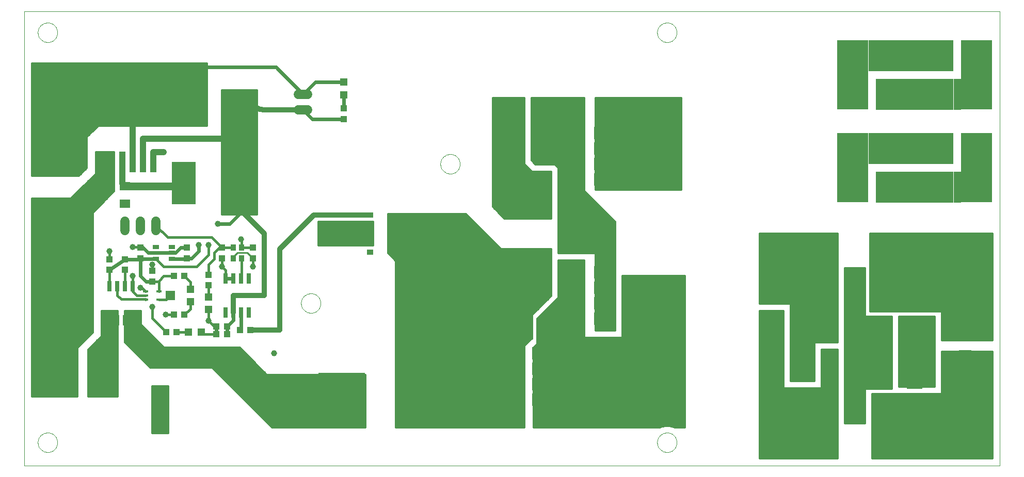
<source format=gtl>
G75*
%MOIN*%
%OFA0B0*%
%FSLAX24Y24*%
%IPPOS*%
%LPD*%
%AMOC8*
5,1,8,0,0,1.08239X$1,22.5*
%
%ADD10C,0.0000*%
%ADD11R,0.0984X0.1378*%
%ADD12R,0.0591X0.0787*%
%ADD13R,0.5000X0.2000*%
%ADD14R,0.0500X0.2000*%
%ADD15R,0.2000X0.4500*%
%ADD16R,0.0984X0.1693*%
%ADD17R,0.0394X0.0433*%
%ADD18R,0.0425X0.0413*%
%ADD19R,0.1378X0.0984*%
%ADD20R,0.0413X0.0425*%
%ADD21R,0.0787X0.0591*%
%ADD22R,0.0710X0.0530*%
%ADD23R,0.1000X0.1050*%
%ADD24R,0.0500X0.0300*%
%ADD25R,0.1050X0.1000*%
%ADD26R,0.0300X0.0500*%
%ADD27C,0.1095*%
%ADD28R,0.1140X0.2130*%
%ADD29R,0.1570X0.2760*%
%ADD30R,0.3000X0.3000*%
%ADD31R,0.0472X0.0472*%
%ADD32R,0.0330X0.2290*%
%ADD33R,0.0330X0.1670*%
%ADD34R,0.0390X0.0330*%
%ADD35R,0.0433X0.0394*%
%ADD36R,0.0590X0.0630*%
%ADD37R,0.0470X0.0470*%
%ADD38R,0.4210X0.3380*%
%ADD39R,0.0400X0.1340*%
%ADD40R,0.0400X0.0260*%
%ADD41R,0.0250X0.0700*%
%ADD42R,0.0370X0.0170*%
%ADD43R,0.0350X0.0430*%
%ADD44C,0.0594*%
%ADD45C,0.0400*%
%ADD46C,0.0160*%
%ADD47C,0.0240*%
%ADD48C,0.0100*%
%ADD49C,0.0396*%
%ADD50C,0.0500*%
%ADD51C,0.0320*%
D10*
X000126Y000180D02*
X000126Y029550D01*
X063118Y029550D01*
X063118Y000180D01*
X000126Y000180D01*
X000996Y001680D02*
X000998Y001730D01*
X001004Y001780D01*
X001014Y001829D01*
X001028Y001877D01*
X001045Y001924D01*
X001066Y001969D01*
X001091Y002013D01*
X001119Y002054D01*
X001151Y002093D01*
X001185Y002130D01*
X001222Y002164D01*
X001262Y002194D01*
X001304Y002221D01*
X001348Y002245D01*
X001394Y002266D01*
X001441Y002282D01*
X001489Y002295D01*
X001539Y002304D01*
X001588Y002309D01*
X001639Y002310D01*
X001689Y002307D01*
X001738Y002300D01*
X001787Y002289D01*
X001835Y002274D01*
X001881Y002256D01*
X001926Y002234D01*
X001969Y002208D01*
X002010Y002179D01*
X002049Y002147D01*
X002085Y002112D01*
X002117Y002074D01*
X002147Y002034D01*
X002174Y001991D01*
X002197Y001947D01*
X002216Y001901D01*
X002232Y001853D01*
X002244Y001804D01*
X002252Y001755D01*
X002256Y001705D01*
X002256Y001655D01*
X002252Y001605D01*
X002244Y001556D01*
X002232Y001507D01*
X002216Y001459D01*
X002197Y001413D01*
X002174Y001369D01*
X002147Y001326D01*
X002117Y001286D01*
X002085Y001248D01*
X002049Y001213D01*
X002010Y001181D01*
X001969Y001152D01*
X001926Y001126D01*
X001881Y001104D01*
X001835Y001086D01*
X001787Y001071D01*
X001738Y001060D01*
X001689Y001053D01*
X001639Y001050D01*
X001588Y001051D01*
X001539Y001056D01*
X001489Y001065D01*
X001441Y001078D01*
X001394Y001094D01*
X001348Y001115D01*
X001304Y001139D01*
X001262Y001166D01*
X001222Y001196D01*
X001185Y001230D01*
X001151Y001267D01*
X001119Y001306D01*
X001091Y001347D01*
X001066Y001391D01*
X001045Y001436D01*
X001028Y001483D01*
X001014Y001531D01*
X001004Y001580D01*
X000998Y001630D01*
X000996Y001680D01*
X017996Y010680D02*
X017998Y010730D01*
X018004Y010780D01*
X018014Y010829D01*
X018028Y010877D01*
X018045Y010924D01*
X018066Y010969D01*
X018091Y011013D01*
X018119Y011054D01*
X018151Y011093D01*
X018185Y011130D01*
X018222Y011164D01*
X018262Y011194D01*
X018304Y011221D01*
X018348Y011245D01*
X018394Y011266D01*
X018441Y011282D01*
X018489Y011295D01*
X018539Y011304D01*
X018588Y011309D01*
X018639Y011310D01*
X018689Y011307D01*
X018738Y011300D01*
X018787Y011289D01*
X018835Y011274D01*
X018881Y011256D01*
X018926Y011234D01*
X018969Y011208D01*
X019010Y011179D01*
X019049Y011147D01*
X019085Y011112D01*
X019117Y011074D01*
X019147Y011034D01*
X019174Y010991D01*
X019197Y010947D01*
X019216Y010901D01*
X019232Y010853D01*
X019244Y010804D01*
X019252Y010755D01*
X019256Y010705D01*
X019256Y010655D01*
X019252Y010605D01*
X019244Y010556D01*
X019232Y010507D01*
X019216Y010459D01*
X019197Y010413D01*
X019174Y010369D01*
X019147Y010326D01*
X019117Y010286D01*
X019085Y010248D01*
X019049Y010213D01*
X019010Y010181D01*
X018969Y010152D01*
X018926Y010126D01*
X018881Y010104D01*
X018835Y010086D01*
X018787Y010071D01*
X018738Y010060D01*
X018689Y010053D01*
X018639Y010050D01*
X018588Y010051D01*
X018539Y010056D01*
X018489Y010065D01*
X018441Y010078D01*
X018394Y010094D01*
X018348Y010115D01*
X018304Y010139D01*
X018262Y010166D01*
X018222Y010196D01*
X018185Y010230D01*
X018151Y010267D01*
X018119Y010306D01*
X018091Y010347D01*
X018066Y010391D01*
X018045Y010436D01*
X018028Y010483D01*
X018014Y010531D01*
X018004Y010580D01*
X017998Y010630D01*
X017996Y010680D01*
X026996Y019680D02*
X026998Y019730D01*
X027004Y019780D01*
X027014Y019829D01*
X027028Y019877D01*
X027045Y019924D01*
X027066Y019969D01*
X027091Y020013D01*
X027119Y020054D01*
X027151Y020093D01*
X027185Y020130D01*
X027222Y020164D01*
X027262Y020194D01*
X027304Y020221D01*
X027348Y020245D01*
X027394Y020266D01*
X027441Y020282D01*
X027489Y020295D01*
X027539Y020304D01*
X027588Y020309D01*
X027639Y020310D01*
X027689Y020307D01*
X027738Y020300D01*
X027787Y020289D01*
X027835Y020274D01*
X027881Y020256D01*
X027926Y020234D01*
X027969Y020208D01*
X028010Y020179D01*
X028049Y020147D01*
X028085Y020112D01*
X028117Y020074D01*
X028147Y020034D01*
X028174Y019991D01*
X028197Y019947D01*
X028216Y019901D01*
X028232Y019853D01*
X028244Y019804D01*
X028252Y019755D01*
X028256Y019705D01*
X028256Y019655D01*
X028252Y019605D01*
X028244Y019556D01*
X028232Y019507D01*
X028216Y019459D01*
X028197Y019413D01*
X028174Y019369D01*
X028147Y019326D01*
X028117Y019286D01*
X028085Y019248D01*
X028049Y019213D01*
X028010Y019181D01*
X027969Y019152D01*
X027926Y019126D01*
X027881Y019104D01*
X027835Y019086D01*
X027787Y019071D01*
X027738Y019060D01*
X027689Y019053D01*
X027639Y019050D01*
X027588Y019051D01*
X027539Y019056D01*
X027489Y019065D01*
X027441Y019078D01*
X027394Y019094D01*
X027348Y019115D01*
X027304Y019139D01*
X027262Y019166D01*
X027222Y019196D01*
X027185Y019230D01*
X027151Y019267D01*
X027119Y019306D01*
X027091Y019347D01*
X027066Y019391D01*
X027045Y019436D01*
X027028Y019483D01*
X027014Y019531D01*
X027004Y019580D01*
X026998Y019630D01*
X026996Y019680D01*
X040996Y028180D02*
X040998Y028230D01*
X041004Y028280D01*
X041014Y028329D01*
X041028Y028377D01*
X041045Y028424D01*
X041066Y028469D01*
X041091Y028513D01*
X041119Y028554D01*
X041151Y028593D01*
X041185Y028630D01*
X041222Y028664D01*
X041262Y028694D01*
X041304Y028721D01*
X041348Y028745D01*
X041394Y028766D01*
X041441Y028782D01*
X041489Y028795D01*
X041539Y028804D01*
X041588Y028809D01*
X041639Y028810D01*
X041689Y028807D01*
X041738Y028800D01*
X041787Y028789D01*
X041835Y028774D01*
X041881Y028756D01*
X041926Y028734D01*
X041969Y028708D01*
X042010Y028679D01*
X042049Y028647D01*
X042085Y028612D01*
X042117Y028574D01*
X042147Y028534D01*
X042174Y028491D01*
X042197Y028447D01*
X042216Y028401D01*
X042232Y028353D01*
X042244Y028304D01*
X042252Y028255D01*
X042256Y028205D01*
X042256Y028155D01*
X042252Y028105D01*
X042244Y028056D01*
X042232Y028007D01*
X042216Y027959D01*
X042197Y027913D01*
X042174Y027869D01*
X042147Y027826D01*
X042117Y027786D01*
X042085Y027748D01*
X042049Y027713D01*
X042010Y027681D01*
X041969Y027652D01*
X041926Y027626D01*
X041881Y027604D01*
X041835Y027586D01*
X041787Y027571D01*
X041738Y027560D01*
X041689Y027553D01*
X041639Y027550D01*
X041588Y027551D01*
X041539Y027556D01*
X041489Y027565D01*
X041441Y027578D01*
X041394Y027594D01*
X041348Y027615D01*
X041304Y027639D01*
X041262Y027666D01*
X041222Y027696D01*
X041185Y027730D01*
X041151Y027767D01*
X041119Y027806D01*
X041091Y027847D01*
X041066Y027891D01*
X041045Y027936D01*
X041028Y027983D01*
X041014Y028031D01*
X041004Y028080D01*
X040998Y028130D01*
X040996Y028180D01*
X000996Y028180D02*
X000998Y028230D01*
X001004Y028280D01*
X001014Y028329D01*
X001028Y028377D01*
X001045Y028424D01*
X001066Y028469D01*
X001091Y028513D01*
X001119Y028554D01*
X001151Y028593D01*
X001185Y028630D01*
X001222Y028664D01*
X001262Y028694D01*
X001304Y028721D01*
X001348Y028745D01*
X001394Y028766D01*
X001441Y028782D01*
X001489Y028795D01*
X001539Y028804D01*
X001588Y028809D01*
X001639Y028810D01*
X001689Y028807D01*
X001738Y028800D01*
X001787Y028789D01*
X001835Y028774D01*
X001881Y028756D01*
X001926Y028734D01*
X001969Y028708D01*
X002010Y028679D01*
X002049Y028647D01*
X002085Y028612D01*
X002117Y028574D01*
X002147Y028534D01*
X002174Y028491D01*
X002197Y028447D01*
X002216Y028401D01*
X002232Y028353D01*
X002244Y028304D01*
X002252Y028255D01*
X002256Y028205D01*
X002256Y028155D01*
X002252Y028105D01*
X002244Y028056D01*
X002232Y028007D01*
X002216Y027959D01*
X002197Y027913D01*
X002174Y027869D01*
X002147Y027826D01*
X002117Y027786D01*
X002085Y027748D01*
X002049Y027713D01*
X002010Y027681D01*
X001969Y027652D01*
X001926Y027626D01*
X001881Y027604D01*
X001835Y027586D01*
X001787Y027571D01*
X001738Y027560D01*
X001689Y027553D01*
X001639Y027550D01*
X001588Y027551D01*
X001539Y027556D01*
X001489Y027565D01*
X001441Y027578D01*
X001394Y027594D01*
X001348Y027615D01*
X001304Y027639D01*
X001262Y027666D01*
X001222Y027696D01*
X001185Y027730D01*
X001151Y027767D01*
X001119Y027806D01*
X001091Y027847D01*
X001066Y027891D01*
X001045Y027936D01*
X001028Y027983D01*
X001014Y028031D01*
X001004Y028080D01*
X000998Y028130D01*
X000996Y028180D01*
X040996Y001680D02*
X040998Y001730D01*
X041004Y001780D01*
X041014Y001829D01*
X041028Y001877D01*
X041045Y001924D01*
X041066Y001969D01*
X041091Y002013D01*
X041119Y002054D01*
X041151Y002093D01*
X041185Y002130D01*
X041222Y002164D01*
X041262Y002194D01*
X041304Y002221D01*
X041348Y002245D01*
X041394Y002266D01*
X041441Y002282D01*
X041489Y002295D01*
X041539Y002304D01*
X041588Y002309D01*
X041639Y002310D01*
X041689Y002307D01*
X041738Y002300D01*
X041787Y002289D01*
X041835Y002274D01*
X041881Y002256D01*
X041926Y002234D01*
X041969Y002208D01*
X042010Y002179D01*
X042049Y002147D01*
X042085Y002112D01*
X042117Y002074D01*
X042147Y002034D01*
X042174Y001991D01*
X042197Y001947D01*
X042216Y001901D01*
X042232Y001853D01*
X042244Y001804D01*
X042252Y001755D01*
X042256Y001705D01*
X042256Y001655D01*
X042252Y001605D01*
X042244Y001556D01*
X042232Y001507D01*
X042216Y001459D01*
X042197Y001413D01*
X042174Y001369D01*
X042147Y001326D01*
X042117Y001286D01*
X042085Y001248D01*
X042049Y001213D01*
X042010Y001181D01*
X041969Y001152D01*
X041926Y001126D01*
X041881Y001104D01*
X041835Y001086D01*
X041787Y001071D01*
X041738Y001060D01*
X041689Y001053D01*
X041639Y001050D01*
X041588Y001051D01*
X041539Y001056D01*
X041489Y001065D01*
X041441Y001078D01*
X041394Y001094D01*
X041348Y001115D01*
X041304Y001139D01*
X041262Y001166D01*
X041222Y001196D01*
X041185Y001230D01*
X041151Y001267D01*
X041119Y001306D01*
X041091Y001347D01*
X041066Y001391D01*
X041045Y001436D01*
X041028Y001483D01*
X041014Y001531D01*
X041004Y001580D01*
X040998Y001630D01*
X040996Y001680D01*
D11*
X008876Y004650D03*
X008876Y007210D03*
D12*
X032035Y007430D03*
X033216Y007430D03*
X033216Y006430D03*
X032035Y006430D03*
X032035Y005430D03*
X033216Y005430D03*
X033216Y004430D03*
X032035Y004430D03*
X036035Y009680D03*
X037216Y009680D03*
X037216Y010680D03*
X037216Y011680D03*
X036035Y011680D03*
X036035Y010680D03*
X036035Y012680D03*
X037216Y012680D03*
X037216Y018680D03*
X036035Y018680D03*
X036035Y019680D03*
X037216Y019680D03*
X037216Y020680D03*
X036035Y020680D03*
X036035Y021680D03*
X037216Y021680D03*
X033216Y021430D03*
X032035Y021430D03*
X032035Y020430D03*
X033216Y020430D03*
X033216Y022430D03*
X032035Y022430D03*
X032035Y023430D03*
X033216Y023430D03*
X052285Y011930D03*
X053466Y011930D03*
X053466Y010930D03*
X053466Y009930D03*
X052285Y009930D03*
X052285Y010930D03*
X049966Y009430D03*
X048785Y009430D03*
X048785Y008430D03*
X048785Y007430D03*
X049966Y007430D03*
X049966Y008430D03*
X052285Y008930D03*
X053466Y008930D03*
X053466Y006930D03*
X053466Y005930D03*
X052285Y005930D03*
X052285Y006930D03*
X049966Y006430D03*
X048785Y006430D03*
X052285Y004930D03*
X053466Y004930D03*
X053466Y003930D03*
X052285Y003930D03*
D13*
X057626Y018180D03*
X057626Y020680D03*
X057626Y024180D03*
X057626Y026680D03*
D14*
X054876Y026680D03*
X060376Y024180D03*
X054876Y020680D03*
X060376Y018180D03*
D15*
X061626Y019430D03*
X053626Y019430D03*
X053626Y025430D03*
X061626Y025430D03*
D16*
X002626Y019814D03*
X002626Y016546D03*
D17*
X005626Y013515D03*
X005626Y012845D03*
X009791Y012430D03*
X010460Y012430D03*
X010460Y009930D03*
X009791Y009930D03*
X009960Y008805D03*
X009291Y008805D03*
X014041Y008930D03*
X014710Y008930D03*
D18*
X008376Y012086D03*
X008376Y012774D03*
X007626Y013586D03*
X007626Y014274D03*
X010626Y014274D03*
X010626Y013586D03*
X014876Y013586D03*
X014876Y014274D03*
D19*
X013655Y023930D03*
X011096Y023930D03*
D20*
X012531Y009180D03*
X013220Y009180D03*
X013220Y008680D03*
X012531Y008680D03*
D21*
X060876Y008521D03*
X060876Y007339D03*
D22*
X006626Y017120D03*
X006626Y018240D03*
D23*
X055626Y010680D03*
X057626Y010680D03*
X057626Y005680D03*
X055626Y005680D03*
D24*
X055626Y004750D03*
X057626Y004750D03*
X057626Y009750D03*
X055626Y009750D03*
D25*
X032376Y008930D03*
D26*
X033306Y008930D03*
D27*
X039646Y008800D03*
X041606Y008800D03*
X041606Y011560D03*
X039646Y011560D03*
X048396Y011550D03*
X050356Y011550D03*
X050356Y014310D03*
X048396Y014310D03*
X041606Y018800D03*
X039646Y018800D03*
X039646Y021560D03*
X041606Y021560D03*
X059896Y014310D03*
X061856Y014310D03*
X061856Y011550D03*
X059896Y011550D03*
X059896Y004310D03*
X061856Y004310D03*
X061856Y001550D03*
X059896Y001550D03*
X050356Y001550D03*
X048396Y001550D03*
X048396Y004310D03*
X050356Y004310D03*
X003606Y010550D03*
X001646Y010550D03*
X001646Y013310D03*
X003606Y013310D03*
X003606Y022550D03*
X001646Y022550D03*
X001646Y025310D03*
X003606Y025310D03*
D28*
X001716Y006180D03*
X005536Y006180D03*
D29*
X010406Y018430D03*
X014346Y018430D03*
D30*
X032626Y017680D03*
X032626Y012680D03*
X025626Y004680D03*
X020626Y004680D03*
D31*
X011539Y008805D03*
X010712Y008805D03*
X012001Y010267D03*
X012001Y011093D03*
X020751Y024142D03*
X020751Y024968D03*
D32*
X023836Y015180D03*
D33*
X022416Y015180D03*
D34*
X022446Y013980D03*
X022446Y016380D03*
D35*
X012876Y014265D03*
X012876Y013595D03*
X012001Y012515D03*
X012001Y011845D03*
X006626Y012845D03*
X006626Y013515D03*
X020751Y022595D03*
X020751Y023265D03*
D36*
X009556Y011180D03*
D37*
X010836Y010790D03*
X010836Y011570D03*
D38*
X007126Y023930D03*
D39*
X007126Y019820D03*
X007796Y019820D03*
X008466Y019820D03*
X006456Y019820D03*
X005786Y019820D03*
D40*
X008616Y014300D03*
X009636Y014300D03*
X009636Y013930D03*
X009636Y013560D03*
X008616Y013560D03*
D41*
X007126Y011780D03*
X006626Y011780D03*
X006126Y011780D03*
X005626Y011780D03*
X005626Y009580D03*
X006126Y009580D03*
X006626Y009580D03*
X007126Y009580D03*
X013126Y010080D03*
X013626Y010080D03*
X014126Y010080D03*
X014626Y010080D03*
X014626Y012280D03*
X014126Y012280D03*
X013626Y012280D03*
X013126Y012280D03*
D42*
X008806Y011440D03*
X007946Y011440D03*
X007946Y011180D03*
X007946Y010920D03*
X008806Y010920D03*
D43*
X013616Y013590D03*
X014136Y013590D03*
X014136Y014270D03*
X013616Y014270D03*
D44*
X008626Y015383D02*
X008626Y015977D01*
X007626Y015977D02*
X007626Y015383D01*
X006626Y015383D02*
X006626Y015977D01*
X017829Y023180D02*
X018422Y023180D01*
X018422Y024180D02*
X017829Y024180D01*
D45*
X013751Y021305D02*
X013751Y017680D01*
X014376Y017680D01*
X009126Y020430D02*
X008466Y020430D01*
X008466Y019820D01*
X007796Y019820D02*
X007796Y021305D01*
X013751Y021305D01*
X007126Y019820D02*
X007126Y022930D01*
X007126Y023930D01*
X006456Y019820D02*
X006456Y018410D01*
X006626Y018240D01*
X005786Y019814D02*
X005786Y019820D01*
D46*
X005876Y019834D02*
X004751Y019834D01*
X004751Y019676D02*
X005876Y019676D01*
X005876Y019517D02*
X004751Y019517D01*
X004751Y019359D02*
X005876Y019359D01*
X005876Y019200D02*
X004751Y019200D01*
X004751Y019055D02*
X004751Y020430D01*
X005876Y020430D01*
X005876Y017930D01*
X004501Y016555D01*
X004501Y008805D01*
X003501Y007805D01*
X003501Y004680D01*
X000626Y004680D01*
X000626Y017430D01*
X003126Y017430D01*
X004751Y019055D01*
X004737Y019042D02*
X005876Y019042D01*
X005876Y018883D02*
X004579Y018883D01*
X004420Y018725D02*
X005876Y018725D01*
X005876Y018566D02*
X004262Y018566D01*
X004103Y018408D02*
X005876Y018408D01*
X005876Y018249D02*
X003945Y018249D01*
X003786Y018091D02*
X005876Y018091D01*
X005876Y017932D02*
X003628Y017932D01*
X003469Y017774D02*
X005719Y017774D01*
X005561Y017615D02*
X003311Y017615D01*
X003152Y017457D02*
X005402Y017457D01*
X005244Y017298D02*
X000626Y017298D01*
X000626Y017140D02*
X005085Y017140D01*
X004927Y016981D02*
X000626Y016981D01*
X000626Y016823D02*
X004768Y016823D01*
X004610Y016664D02*
X000626Y016664D01*
X000626Y016506D02*
X004501Y016506D01*
X004501Y016347D02*
X000626Y016347D01*
X000626Y016189D02*
X004501Y016189D01*
X004501Y016030D02*
X000626Y016030D01*
X000626Y015872D02*
X004501Y015872D01*
X004501Y015713D02*
X000626Y015713D01*
X000626Y015555D02*
X004501Y015555D01*
X004501Y015396D02*
X000626Y015396D01*
X000626Y015238D02*
X004501Y015238D01*
X004501Y015079D02*
X000626Y015079D01*
X000626Y014921D02*
X004501Y014921D01*
X004501Y014762D02*
X000626Y014762D01*
X000626Y014604D02*
X004501Y014604D01*
X004501Y014445D02*
X000626Y014445D01*
X000626Y014287D02*
X004501Y014287D01*
X004501Y014128D02*
X000626Y014128D01*
X000626Y013970D02*
X004501Y013970D01*
X004501Y013811D02*
X000626Y013811D01*
X000626Y013653D02*
X004501Y013653D01*
X004501Y013494D02*
X000626Y013494D01*
X000626Y013336D02*
X004501Y013336D01*
X004501Y013177D02*
X000626Y013177D01*
X000626Y013019D02*
X004501Y013019D01*
X004501Y012860D02*
X000626Y012860D01*
X000626Y012702D02*
X004501Y012702D01*
X004501Y012543D02*
X000626Y012543D01*
X000626Y012385D02*
X004501Y012385D01*
X004501Y012226D02*
X000626Y012226D01*
X000626Y012068D02*
X004501Y012068D01*
X004501Y011909D02*
X000626Y011909D01*
X000626Y011751D02*
X004501Y011751D01*
X004501Y011592D02*
X000626Y011592D01*
X000626Y011434D02*
X004501Y011434D01*
X004501Y011275D02*
X000626Y011275D01*
X000626Y011117D02*
X004501Y011117D01*
X004501Y010958D02*
X000626Y010958D01*
X000626Y010800D02*
X004501Y010800D01*
X004501Y010641D02*
X000626Y010641D01*
X000626Y010483D02*
X004501Y010483D01*
X004501Y010324D02*
X000626Y010324D01*
X000626Y010166D02*
X004501Y010166D01*
X004501Y010007D02*
X000626Y010007D01*
X000626Y009849D02*
X004501Y009849D01*
X004501Y009690D02*
X000626Y009690D01*
X000626Y009532D02*
X004501Y009532D01*
X004501Y009373D02*
X000626Y009373D01*
X000626Y009215D02*
X004501Y009215D01*
X004501Y009056D02*
X000626Y009056D01*
X000626Y008898D02*
X004501Y008898D01*
X004435Y008739D02*
X000626Y008739D01*
X000626Y008581D02*
X004276Y008581D01*
X004118Y008422D02*
X000626Y008422D01*
X000626Y008264D02*
X003959Y008264D01*
X003801Y008105D02*
X000626Y008105D01*
X000626Y007947D02*
X003642Y007947D01*
X003501Y007788D02*
X000626Y007788D01*
X000626Y007630D02*
X003501Y007630D01*
X003501Y007471D02*
X000626Y007471D01*
X000626Y007313D02*
X003501Y007313D01*
X003501Y007154D02*
X000626Y007154D01*
X000626Y006996D02*
X003501Y006996D01*
X003501Y006837D02*
X000626Y006837D01*
X000626Y006679D02*
X003501Y006679D01*
X003501Y006520D02*
X000626Y006520D01*
X000626Y006362D02*
X003501Y006362D01*
X003501Y006203D02*
X000626Y006203D01*
X000626Y006045D02*
X003501Y006045D01*
X003501Y005886D02*
X000626Y005886D01*
X000626Y005728D02*
X003501Y005728D01*
X003501Y005569D02*
X000626Y005569D01*
X000626Y005411D02*
X003501Y005411D01*
X003501Y005252D02*
X000626Y005252D01*
X000626Y005094D02*
X003501Y005094D01*
X003501Y004935D02*
X000626Y004935D01*
X000626Y004777D02*
X003501Y004777D01*
X004251Y004777D02*
X006126Y004777D01*
X006126Y004680D02*
X004251Y004680D01*
X004251Y007680D01*
X005126Y008555D01*
X005126Y010180D01*
X006126Y010180D01*
X006126Y004680D01*
X006126Y004935D02*
X004251Y004935D01*
X004251Y005094D02*
X006126Y005094D01*
X006126Y005252D02*
X004251Y005252D01*
X004251Y005411D02*
X006126Y005411D01*
X006126Y005569D02*
X004251Y005569D01*
X004251Y005728D02*
X006126Y005728D01*
X006126Y005886D02*
X004251Y005886D01*
X004251Y006045D02*
X006126Y006045D01*
X006126Y006203D02*
X004251Y006203D01*
X004251Y006362D02*
X006126Y006362D01*
X006126Y006520D02*
X004251Y006520D01*
X004251Y006679D02*
X006126Y006679D01*
X006126Y006837D02*
X004251Y006837D01*
X004251Y006996D02*
X006126Y006996D01*
X006126Y007154D02*
X004251Y007154D01*
X004251Y007313D02*
X006126Y007313D01*
X006126Y007471D02*
X004251Y007471D01*
X004251Y007630D02*
X006126Y007630D01*
X006126Y007788D02*
X004359Y007788D01*
X004517Y007947D02*
X006126Y007947D01*
X006126Y008105D02*
X004676Y008105D01*
X004834Y008264D02*
X006126Y008264D01*
X006126Y008422D02*
X004993Y008422D01*
X005126Y008581D02*
X006126Y008581D01*
X006126Y008739D02*
X005126Y008739D01*
X005126Y008898D02*
X006126Y008898D01*
X006126Y009056D02*
X005126Y009056D01*
X005126Y009215D02*
X006126Y009215D01*
X006126Y009373D02*
X005126Y009373D01*
X005126Y009532D02*
X006126Y009532D01*
X006126Y009690D02*
X005126Y009690D01*
X005126Y009849D02*
X006126Y009849D01*
X006126Y010007D02*
X005126Y010007D01*
X005126Y010166D02*
X006126Y010166D01*
X006626Y010166D02*
X007626Y010166D01*
X007626Y010180D02*
X007626Y009305D01*
X009126Y007805D01*
X014001Y007805D01*
X015751Y006055D01*
X022126Y006055D01*
X022126Y002680D01*
X016126Y002680D01*
X012251Y006555D01*
X008251Y006555D01*
X006626Y008180D01*
X006626Y010180D01*
X007626Y010180D01*
X007626Y010007D02*
X006626Y010007D01*
X006626Y009849D02*
X007626Y009849D01*
X007626Y009690D02*
X006626Y009690D01*
X006626Y009532D02*
X007626Y009532D01*
X007626Y009373D02*
X006626Y009373D01*
X006626Y009215D02*
X007716Y009215D01*
X007875Y009056D02*
X006626Y009056D01*
X006626Y008898D02*
X008033Y008898D01*
X008192Y008739D02*
X006626Y008739D01*
X006626Y008581D02*
X008350Y008581D01*
X008509Y008422D02*
X006626Y008422D01*
X006626Y008264D02*
X008667Y008264D01*
X008826Y008105D02*
X006701Y008105D01*
X006859Y007947D02*
X008984Y007947D01*
X007810Y006996D02*
X014810Y006996D01*
X014652Y007154D02*
X007652Y007154D01*
X007493Y007313D02*
X014493Y007313D01*
X014335Y007471D02*
X007335Y007471D01*
X007176Y007630D02*
X014176Y007630D01*
X014018Y007788D02*
X007018Y007788D01*
X007969Y006837D02*
X014969Y006837D01*
X015127Y006679D02*
X008127Y006679D01*
X008376Y005305D02*
X009376Y005305D01*
X009376Y002305D01*
X008376Y002305D01*
X008376Y005305D01*
X008376Y005252D02*
X009376Y005252D01*
X009376Y005094D02*
X008376Y005094D01*
X008376Y004935D02*
X009376Y004935D01*
X009376Y004777D02*
X008376Y004777D01*
X008376Y004618D02*
X009376Y004618D01*
X009376Y004460D02*
X008376Y004460D01*
X008376Y004301D02*
X009376Y004301D01*
X009376Y004143D02*
X008376Y004143D01*
X008376Y003984D02*
X009376Y003984D01*
X009376Y003826D02*
X008376Y003826D01*
X008376Y003667D02*
X009376Y003667D01*
X009376Y003509D02*
X008376Y003509D01*
X008376Y003350D02*
X009376Y003350D01*
X009376Y003192D02*
X008376Y003192D01*
X008376Y003033D02*
X009376Y003033D01*
X009376Y002875D02*
X008376Y002875D01*
X008376Y002716D02*
X009376Y002716D01*
X009376Y002558D02*
X008376Y002558D01*
X008376Y002399D02*
X009376Y002399D01*
X014188Y004618D02*
X022126Y004618D01*
X022126Y004460D02*
X014346Y004460D01*
X014505Y004301D02*
X022126Y004301D01*
X022126Y004143D02*
X014663Y004143D01*
X014822Y003984D02*
X022126Y003984D01*
X022126Y003826D02*
X014980Y003826D01*
X015139Y003667D02*
X022126Y003667D01*
X022126Y003509D02*
X015297Y003509D01*
X015456Y003350D02*
X022126Y003350D01*
X022126Y003192D02*
X015614Y003192D01*
X015773Y003033D02*
X022126Y003033D01*
X022126Y002875D02*
X015931Y002875D01*
X016090Y002716D02*
X022126Y002716D01*
X024126Y002716D02*
X032376Y002716D01*
X032376Y002680D02*
X024126Y002680D01*
X024126Y013430D01*
X023626Y013930D01*
X023626Y016430D01*
X028626Y016430D01*
X030876Y014180D01*
X034126Y014180D01*
X034126Y011180D01*
X032876Y009930D01*
X032876Y008430D01*
X032376Y007930D01*
X032376Y002680D01*
X032376Y002875D02*
X024126Y002875D01*
X024126Y003033D02*
X032376Y003033D01*
X032376Y003192D02*
X024126Y003192D01*
X024126Y003350D02*
X032376Y003350D01*
X032376Y003509D02*
X024126Y003509D01*
X024126Y003667D02*
X032376Y003667D01*
X032376Y003826D02*
X024126Y003826D01*
X024126Y003984D02*
X032376Y003984D01*
X032376Y004143D02*
X024126Y004143D01*
X024126Y004301D02*
X032376Y004301D01*
X032376Y004460D02*
X024126Y004460D01*
X024126Y004618D02*
X032376Y004618D01*
X032376Y004777D02*
X024126Y004777D01*
X024126Y004935D02*
X032376Y004935D01*
X032376Y005094D02*
X024126Y005094D01*
X024126Y005252D02*
X032376Y005252D01*
X032376Y005411D02*
X024126Y005411D01*
X024126Y005569D02*
X032376Y005569D01*
X032376Y005728D02*
X024126Y005728D01*
X024126Y005886D02*
X032376Y005886D01*
X032376Y006045D02*
X024126Y006045D01*
X024126Y006203D02*
X032376Y006203D01*
X032376Y006362D02*
X024126Y006362D01*
X024126Y006520D02*
X032376Y006520D01*
X032376Y006679D02*
X024126Y006679D01*
X024126Y006837D02*
X032376Y006837D01*
X032376Y006996D02*
X024126Y006996D01*
X024126Y007154D02*
X032376Y007154D01*
X032376Y007313D02*
X024126Y007313D01*
X024126Y007471D02*
X032376Y007471D01*
X032376Y007630D02*
X024126Y007630D01*
X024126Y007788D02*
X032376Y007788D01*
X032392Y007947D02*
X024126Y007947D01*
X024126Y008105D02*
X032551Y008105D01*
X032709Y008264D02*
X024126Y008264D01*
X024126Y008422D02*
X032868Y008422D01*
X032876Y008581D02*
X024126Y008581D01*
X024126Y008739D02*
X032876Y008739D01*
X032876Y008898D02*
X024126Y008898D01*
X024126Y009056D02*
X032876Y009056D01*
X032876Y009215D02*
X024126Y009215D01*
X024126Y009373D02*
X032876Y009373D01*
X032876Y009532D02*
X024126Y009532D01*
X024126Y009690D02*
X032876Y009690D01*
X032876Y009849D02*
X024126Y009849D01*
X024126Y010007D02*
X032953Y010007D01*
X033111Y010166D02*
X024126Y010166D01*
X024126Y010324D02*
X033270Y010324D01*
X033428Y010483D02*
X024126Y010483D01*
X024126Y010641D02*
X033587Y010641D01*
X033745Y010800D02*
X024126Y010800D01*
X024126Y010958D02*
X033904Y010958D01*
X034062Y011117D02*
X024126Y011117D01*
X024126Y011275D02*
X034126Y011275D01*
X034126Y011434D02*
X024126Y011434D01*
X024126Y011592D02*
X034126Y011592D01*
X034126Y011751D02*
X024126Y011751D01*
X024126Y011909D02*
X034126Y011909D01*
X034126Y012068D02*
X024126Y012068D01*
X024126Y012226D02*
X034126Y012226D01*
X034126Y012385D02*
X024126Y012385D01*
X024126Y012543D02*
X034126Y012543D01*
X034126Y012702D02*
X024126Y012702D01*
X024126Y012860D02*
X034126Y012860D01*
X034126Y013019D02*
X024126Y013019D01*
X024126Y013177D02*
X034126Y013177D01*
X034126Y013336D02*
X024126Y013336D01*
X024062Y013494D02*
X034126Y013494D01*
X034126Y013653D02*
X023903Y013653D01*
X023745Y013811D02*
X034126Y013811D01*
X034126Y013970D02*
X023626Y013970D01*
X023626Y014128D02*
X034126Y014128D01*
X034626Y014128D02*
X038251Y014128D01*
X038251Y013970D02*
X034626Y013970D01*
X034626Y013930D02*
X034626Y019430D01*
X034376Y019680D01*
X033126Y019680D01*
X032876Y019930D01*
X032876Y023930D01*
X036251Y023930D01*
X036251Y017930D01*
X038251Y015930D01*
X038251Y008930D01*
X037001Y008930D01*
X037001Y013930D01*
X034626Y013930D01*
X034626Y014287D02*
X038251Y014287D01*
X038251Y014445D02*
X034626Y014445D01*
X034626Y014604D02*
X038251Y014604D01*
X038251Y014762D02*
X034626Y014762D01*
X034626Y014921D02*
X038251Y014921D01*
X038251Y015079D02*
X034626Y015079D01*
X034626Y015238D02*
X038251Y015238D01*
X038251Y015396D02*
X034626Y015396D01*
X034626Y015555D02*
X038251Y015555D01*
X038251Y015713D02*
X034626Y015713D01*
X034626Y015872D02*
X038251Y015872D01*
X038151Y016030D02*
X034626Y016030D01*
X034626Y016189D02*
X037992Y016189D01*
X037834Y016347D02*
X034626Y016347D01*
X034626Y016506D02*
X037675Y016506D01*
X037517Y016664D02*
X034626Y016664D01*
X034626Y016823D02*
X037358Y016823D01*
X037200Y016981D02*
X034626Y016981D01*
X034626Y017140D02*
X037041Y017140D01*
X036883Y017298D02*
X034626Y017298D01*
X034626Y017457D02*
X036724Y017457D01*
X036566Y017615D02*
X034626Y017615D01*
X034626Y017774D02*
X036407Y017774D01*
X036251Y017932D02*
X034626Y017932D01*
X034626Y018091D02*
X036251Y018091D01*
X036251Y018249D02*
X034626Y018249D01*
X034626Y018408D02*
X036251Y018408D01*
X036251Y018566D02*
X034626Y018566D01*
X034626Y018725D02*
X036251Y018725D01*
X036251Y018883D02*
X034626Y018883D01*
X034626Y019042D02*
X036251Y019042D01*
X036251Y019200D02*
X034626Y019200D01*
X034626Y019359D02*
X036251Y019359D01*
X036251Y019517D02*
X034539Y019517D01*
X034380Y019676D02*
X036251Y019676D01*
X036251Y019834D02*
X032972Y019834D01*
X032876Y019993D02*
X036251Y019993D01*
X036251Y020151D02*
X032876Y020151D01*
X032876Y020310D02*
X036251Y020310D01*
X036251Y020468D02*
X032876Y020468D01*
X032876Y020627D02*
X036251Y020627D01*
X036251Y020785D02*
X032876Y020785D01*
X032876Y020944D02*
X036251Y020944D01*
X036251Y021102D02*
X032876Y021102D01*
X032876Y021261D02*
X036251Y021261D01*
X036251Y021419D02*
X032876Y021419D01*
X032876Y021578D02*
X036251Y021578D01*
X036251Y021736D02*
X032876Y021736D01*
X032876Y021895D02*
X036251Y021895D01*
X036251Y022053D02*
X032876Y022053D01*
X032876Y022212D02*
X036251Y022212D01*
X036251Y022370D02*
X032876Y022370D01*
X032876Y022529D02*
X036251Y022529D01*
X036251Y022687D02*
X032876Y022687D01*
X032876Y022846D02*
X036251Y022846D01*
X036251Y023004D02*
X032876Y023004D01*
X032876Y023163D02*
X036251Y023163D01*
X036251Y023321D02*
X032876Y023321D01*
X032876Y023480D02*
X036251Y023480D01*
X036251Y023638D02*
X032876Y023638D01*
X032876Y023797D02*
X036251Y023797D01*
X037001Y023797D02*
X042501Y023797D01*
X042501Y023930D02*
X042501Y018055D01*
X037001Y018055D01*
X037001Y023930D01*
X042501Y023930D01*
X042501Y023638D02*
X037001Y023638D01*
X037001Y023480D02*
X042501Y023480D01*
X042501Y023321D02*
X037001Y023321D01*
X037001Y023163D02*
X042501Y023163D01*
X042501Y023004D02*
X037001Y023004D01*
X037001Y022846D02*
X042501Y022846D01*
X042501Y022687D02*
X037001Y022687D01*
X037001Y022529D02*
X042501Y022529D01*
X042501Y022370D02*
X037001Y022370D01*
X037001Y022212D02*
X042501Y022212D01*
X042501Y022053D02*
X037001Y022053D01*
X037001Y021895D02*
X042501Y021895D01*
X042501Y021736D02*
X037001Y021736D01*
X037001Y021578D02*
X042501Y021578D01*
X042501Y021419D02*
X037001Y021419D01*
X037001Y021261D02*
X042501Y021261D01*
X042501Y021102D02*
X037001Y021102D01*
X037001Y020944D02*
X042501Y020944D01*
X042501Y020785D02*
X037001Y020785D01*
X037001Y020627D02*
X042501Y020627D01*
X042501Y020468D02*
X037001Y020468D01*
X037001Y020310D02*
X042501Y020310D01*
X042501Y020151D02*
X037001Y020151D01*
X037001Y019993D02*
X042501Y019993D01*
X042501Y019834D02*
X037001Y019834D01*
X037001Y019676D02*
X042501Y019676D01*
X042501Y019517D02*
X037001Y019517D01*
X037001Y019359D02*
X042501Y019359D01*
X042501Y019200D02*
X037001Y019200D01*
X037001Y019042D02*
X042501Y019042D01*
X042501Y018883D02*
X037001Y018883D01*
X037001Y018725D02*
X042501Y018725D01*
X042501Y018566D02*
X037001Y018566D01*
X037001Y018408D02*
X042501Y018408D01*
X042501Y018249D02*
X037001Y018249D01*
X037001Y018091D02*
X042501Y018091D01*
X047626Y015180D02*
X052626Y015180D01*
X052626Y008180D01*
X051126Y008180D01*
X051126Y005680D01*
X049626Y005680D01*
X049626Y010680D01*
X047626Y010680D01*
X047626Y015180D01*
X047626Y015079D02*
X052626Y015079D01*
X052626Y014921D02*
X047626Y014921D01*
X047626Y014762D02*
X052626Y014762D01*
X052626Y014604D02*
X047626Y014604D01*
X047626Y014445D02*
X052626Y014445D01*
X052626Y014287D02*
X047626Y014287D01*
X047626Y014128D02*
X052626Y014128D01*
X052626Y013970D02*
X047626Y013970D01*
X047626Y013811D02*
X052626Y013811D01*
X052626Y013653D02*
X047626Y013653D01*
X047626Y013494D02*
X052626Y013494D01*
X052626Y013336D02*
X047626Y013336D01*
X047626Y013177D02*
X052626Y013177D01*
X052626Y013019D02*
X047626Y013019D01*
X047626Y012860D02*
X052626Y012860D01*
X052626Y012702D02*
X047626Y012702D01*
X047626Y012543D02*
X052626Y012543D01*
X052626Y012385D02*
X047626Y012385D01*
X047626Y012226D02*
X052626Y012226D01*
X052626Y012068D02*
X047626Y012068D01*
X047626Y011909D02*
X052626Y011909D01*
X052626Y011751D02*
X047626Y011751D01*
X047626Y011592D02*
X052626Y011592D01*
X052626Y011434D02*
X047626Y011434D01*
X047626Y011275D02*
X052626Y011275D01*
X052626Y011117D02*
X047626Y011117D01*
X047626Y010958D02*
X052626Y010958D01*
X052626Y010800D02*
X047626Y010800D01*
X047626Y010180D02*
X049126Y010180D01*
X049126Y005180D01*
X051626Y005180D01*
X051626Y007680D01*
X052626Y007680D01*
X052626Y000680D01*
X047626Y000680D01*
X047626Y010180D01*
X047626Y010166D02*
X049126Y010166D01*
X049126Y010007D02*
X047626Y010007D01*
X047626Y009849D02*
X049126Y009849D01*
X049126Y009690D02*
X047626Y009690D01*
X047626Y009532D02*
X049126Y009532D01*
X049126Y009373D02*
X047626Y009373D01*
X047626Y009215D02*
X049126Y009215D01*
X049126Y009056D02*
X047626Y009056D01*
X047626Y008898D02*
X049126Y008898D01*
X049126Y008739D02*
X047626Y008739D01*
X047626Y008581D02*
X049126Y008581D01*
X049126Y008422D02*
X047626Y008422D01*
X047626Y008264D02*
X049126Y008264D01*
X049126Y008105D02*
X047626Y008105D01*
X047626Y007947D02*
X049126Y007947D01*
X049126Y007788D02*
X047626Y007788D01*
X047626Y007630D02*
X049126Y007630D01*
X049126Y007471D02*
X047626Y007471D01*
X047626Y007313D02*
X049126Y007313D01*
X049126Y007154D02*
X047626Y007154D01*
X047626Y006996D02*
X049126Y006996D01*
X049126Y006837D02*
X047626Y006837D01*
X047626Y006679D02*
X049126Y006679D01*
X049126Y006520D02*
X047626Y006520D01*
X047626Y006362D02*
X049126Y006362D01*
X049126Y006203D02*
X047626Y006203D01*
X047626Y006045D02*
X049126Y006045D01*
X049126Y005886D02*
X047626Y005886D01*
X047626Y005728D02*
X049126Y005728D01*
X049126Y005569D02*
X047626Y005569D01*
X047626Y005411D02*
X049126Y005411D01*
X049126Y005252D02*
X047626Y005252D01*
X047626Y005094D02*
X052626Y005094D01*
X052626Y005252D02*
X051626Y005252D01*
X051626Y005411D02*
X052626Y005411D01*
X052626Y005569D02*
X051626Y005569D01*
X051626Y005728D02*
X052626Y005728D01*
X052626Y005886D02*
X051626Y005886D01*
X051626Y006045D02*
X052626Y006045D01*
X052626Y006203D02*
X051626Y006203D01*
X051626Y006362D02*
X052626Y006362D01*
X052626Y006520D02*
X051626Y006520D01*
X051626Y006679D02*
X052626Y006679D01*
X052626Y006837D02*
X051626Y006837D01*
X051626Y006996D02*
X052626Y006996D01*
X052626Y007154D02*
X051626Y007154D01*
X051626Y007313D02*
X052626Y007313D01*
X052626Y007471D02*
X051626Y007471D01*
X051626Y007630D02*
X052626Y007630D01*
X053126Y007630D02*
X056126Y007630D01*
X056126Y007788D02*
X053126Y007788D01*
X053126Y007947D02*
X056126Y007947D01*
X056126Y008105D02*
X053126Y008105D01*
X053126Y008264D02*
X056126Y008264D01*
X056126Y008422D02*
X053126Y008422D01*
X053126Y008581D02*
X056126Y008581D01*
X056126Y008739D02*
X053126Y008739D01*
X053126Y008898D02*
X056126Y008898D01*
X056126Y009056D02*
X053126Y009056D01*
X053126Y009215D02*
X056126Y009215D01*
X056126Y009373D02*
X053126Y009373D01*
X053126Y009532D02*
X056126Y009532D01*
X056126Y009690D02*
X053126Y009690D01*
X053126Y009849D02*
X054376Y009849D01*
X054376Y009805D02*
X056126Y009805D01*
X056126Y005180D01*
X054376Y005180D01*
X054376Y002930D01*
X053126Y002930D01*
X053126Y012930D01*
X054376Y012930D01*
X054376Y009805D01*
X054376Y010007D02*
X053126Y010007D01*
X053126Y010166D02*
X054376Y010166D01*
X054376Y010324D02*
X053126Y010324D01*
X053126Y010483D02*
X054376Y010483D01*
X054376Y010641D02*
X053126Y010641D01*
X053126Y010800D02*
X054376Y010800D01*
X054376Y010958D02*
X053126Y010958D01*
X053126Y011117D02*
X054376Y011117D01*
X054376Y011275D02*
X053126Y011275D01*
X053126Y011434D02*
X054376Y011434D01*
X054376Y011592D02*
X053126Y011592D01*
X053126Y011751D02*
X054376Y011751D01*
X054376Y011909D02*
X053126Y011909D01*
X053126Y012068D02*
X054376Y012068D01*
X054376Y012226D02*
X053126Y012226D01*
X053126Y012385D02*
X054376Y012385D01*
X054376Y012543D02*
X053126Y012543D01*
X053126Y012702D02*
X054376Y012702D01*
X054376Y012860D02*
X053126Y012860D01*
X054751Y012860D02*
X062626Y012860D01*
X062626Y012702D02*
X054751Y012702D01*
X054751Y012543D02*
X062626Y012543D01*
X062626Y012385D02*
X054751Y012385D01*
X054751Y012226D02*
X062626Y012226D01*
X062626Y012068D02*
X054751Y012068D01*
X054751Y011909D02*
X062626Y011909D01*
X062626Y011751D02*
X054751Y011751D01*
X054751Y011592D02*
X062626Y011592D01*
X062626Y011434D02*
X054751Y011434D01*
X054751Y011275D02*
X062626Y011275D01*
X062626Y011117D02*
X054751Y011117D01*
X054751Y010958D02*
X062626Y010958D01*
X062626Y010800D02*
X054751Y010800D01*
X054751Y010641D02*
X062626Y010641D01*
X062626Y010483D02*
X054751Y010483D01*
X054751Y010324D02*
X062626Y010324D01*
X062626Y010166D02*
X059376Y010166D01*
X059376Y010180D02*
X054751Y010180D01*
X054751Y015180D01*
X062626Y015180D01*
X062626Y008305D01*
X059376Y008305D01*
X059376Y010180D01*
X059376Y010007D02*
X062626Y010007D01*
X062626Y009849D02*
X059376Y009849D01*
X059376Y009690D02*
X062626Y009690D01*
X062626Y009532D02*
X059376Y009532D01*
X059376Y009373D02*
X062626Y009373D01*
X062626Y009215D02*
X059376Y009215D01*
X059376Y009056D02*
X062626Y009056D01*
X062626Y008898D02*
X059376Y008898D01*
X059376Y008739D02*
X062626Y008739D01*
X062626Y008581D02*
X059376Y008581D01*
X059376Y008422D02*
X062626Y008422D01*
X062626Y007555D02*
X062626Y000680D01*
X054876Y000680D01*
X054876Y004805D01*
X059376Y004805D01*
X059376Y007555D01*
X062626Y007555D01*
X062626Y007471D02*
X059376Y007471D01*
X059376Y007313D02*
X062626Y007313D01*
X062626Y007154D02*
X059376Y007154D01*
X059376Y006996D02*
X062626Y006996D01*
X062626Y006837D02*
X059376Y006837D01*
X059376Y006679D02*
X062626Y006679D01*
X062626Y006520D02*
X059376Y006520D01*
X059376Y006362D02*
X062626Y006362D01*
X062626Y006203D02*
X059376Y006203D01*
X059376Y006045D02*
X062626Y006045D01*
X062626Y005886D02*
X059376Y005886D01*
X059376Y005728D02*
X062626Y005728D01*
X062626Y005569D02*
X059376Y005569D01*
X059376Y005411D02*
X062626Y005411D01*
X062626Y005252D02*
X059376Y005252D01*
X059376Y005094D02*
X062626Y005094D01*
X062626Y004935D02*
X059376Y004935D01*
X058876Y005305D02*
X058876Y009805D01*
X056626Y009805D01*
X056626Y005305D01*
X058876Y005305D01*
X058876Y005411D02*
X056626Y005411D01*
X056626Y005569D02*
X058876Y005569D01*
X058876Y005728D02*
X056626Y005728D01*
X056626Y005886D02*
X058876Y005886D01*
X058876Y006045D02*
X056626Y006045D01*
X056626Y006203D02*
X058876Y006203D01*
X058876Y006362D02*
X056626Y006362D01*
X056626Y006520D02*
X058876Y006520D01*
X058876Y006679D02*
X056626Y006679D01*
X056626Y006837D02*
X058876Y006837D01*
X058876Y006996D02*
X056626Y006996D01*
X056626Y007154D02*
X058876Y007154D01*
X058876Y007313D02*
X056626Y007313D01*
X056626Y007471D02*
X058876Y007471D01*
X058876Y007630D02*
X056626Y007630D01*
X056626Y007788D02*
X058876Y007788D01*
X058876Y007947D02*
X056626Y007947D01*
X056626Y008105D02*
X058876Y008105D01*
X058876Y008264D02*
X056626Y008264D01*
X056626Y008422D02*
X058876Y008422D01*
X058876Y008581D02*
X056626Y008581D01*
X056626Y008739D02*
X058876Y008739D01*
X058876Y008898D02*
X056626Y008898D01*
X056626Y009056D02*
X058876Y009056D01*
X058876Y009215D02*
X056626Y009215D01*
X056626Y009373D02*
X058876Y009373D01*
X058876Y009532D02*
X056626Y009532D01*
X056626Y009690D02*
X058876Y009690D01*
X056126Y007471D02*
X053126Y007471D01*
X053126Y007313D02*
X056126Y007313D01*
X056126Y007154D02*
X053126Y007154D01*
X053126Y006996D02*
X056126Y006996D01*
X056126Y006837D02*
X053126Y006837D01*
X053126Y006679D02*
X056126Y006679D01*
X056126Y006520D02*
X053126Y006520D01*
X053126Y006362D02*
X056126Y006362D01*
X056126Y006203D02*
X053126Y006203D01*
X053126Y006045D02*
X056126Y006045D01*
X056126Y005886D02*
X053126Y005886D01*
X053126Y005728D02*
X056126Y005728D01*
X056126Y005569D02*
X053126Y005569D01*
X053126Y005411D02*
X056126Y005411D01*
X056126Y005252D02*
X053126Y005252D01*
X053126Y005094D02*
X054376Y005094D01*
X054376Y004935D02*
X053126Y004935D01*
X053126Y004777D02*
X054376Y004777D01*
X054376Y004618D02*
X053126Y004618D01*
X053126Y004460D02*
X054376Y004460D01*
X054376Y004301D02*
X053126Y004301D01*
X053126Y004143D02*
X054376Y004143D01*
X054376Y003984D02*
X053126Y003984D01*
X053126Y003826D02*
X054376Y003826D01*
X054376Y003667D02*
X053126Y003667D01*
X053126Y003509D02*
X054376Y003509D01*
X054376Y003350D02*
X053126Y003350D01*
X053126Y003192D02*
X054376Y003192D01*
X054376Y003033D02*
X053126Y003033D01*
X052626Y003033D02*
X047626Y003033D01*
X047626Y002875D02*
X052626Y002875D01*
X052626Y002716D02*
X047626Y002716D01*
X047626Y002558D02*
X052626Y002558D01*
X052626Y002399D02*
X047626Y002399D01*
X047626Y002241D02*
X052626Y002241D01*
X052626Y002082D02*
X047626Y002082D01*
X047626Y001924D02*
X052626Y001924D01*
X052626Y001765D02*
X047626Y001765D01*
X047626Y001607D02*
X052626Y001607D01*
X052626Y001448D02*
X047626Y001448D01*
X047626Y001290D02*
X052626Y001290D01*
X052626Y001131D02*
X047626Y001131D01*
X047626Y000973D02*
X052626Y000973D01*
X052626Y000814D02*
X047626Y000814D01*
X047626Y003192D02*
X052626Y003192D01*
X052626Y003350D02*
X047626Y003350D01*
X047626Y003509D02*
X052626Y003509D01*
X052626Y003667D02*
X047626Y003667D01*
X047626Y003826D02*
X052626Y003826D01*
X052626Y003984D02*
X047626Y003984D01*
X047626Y004143D02*
X052626Y004143D01*
X052626Y004301D02*
X047626Y004301D01*
X047626Y004460D02*
X052626Y004460D01*
X052626Y004618D02*
X047626Y004618D01*
X047626Y004777D02*
X052626Y004777D01*
X052626Y004935D02*
X047626Y004935D01*
X049626Y005728D02*
X051126Y005728D01*
X051126Y005886D02*
X049626Y005886D01*
X049626Y006045D02*
X051126Y006045D01*
X051126Y006203D02*
X049626Y006203D01*
X049626Y006362D02*
X051126Y006362D01*
X051126Y006520D02*
X049626Y006520D01*
X049626Y006679D02*
X051126Y006679D01*
X051126Y006837D02*
X049626Y006837D01*
X049626Y006996D02*
X051126Y006996D01*
X051126Y007154D02*
X049626Y007154D01*
X049626Y007313D02*
X051126Y007313D01*
X051126Y007471D02*
X049626Y007471D01*
X049626Y007630D02*
X051126Y007630D01*
X051126Y007788D02*
X049626Y007788D01*
X049626Y007947D02*
X051126Y007947D01*
X051126Y008105D02*
X049626Y008105D01*
X049626Y008264D02*
X052626Y008264D01*
X052626Y008422D02*
X049626Y008422D01*
X049626Y008581D02*
X052626Y008581D01*
X052626Y008739D02*
X049626Y008739D01*
X049626Y008898D02*
X052626Y008898D01*
X052626Y009056D02*
X049626Y009056D01*
X049626Y009215D02*
X052626Y009215D01*
X052626Y009373D02*
X049626Y009373D01*
X049626Y009532D02*
X052626Y009532D01*
X052626Y009690D02*
X049626Y009690D01*
X049626Y009849D02*
X052626Y009849D01*
X052626Y010007D02*
X049626Y010007D01*
X049626Y010166D02*
X052626Y010166D01*
X052626Y010324D02*
X049626Y010324D01*
X049626Y010483D02*
X052626Y010483D01*
X052626Y010641D02*
X049626Y010641D01*
X054751Y013019D02*
X062626Y013019D01*
X062626Y013177D02*
X054751Y013177D01*
X054751Y013336D02*
X062626Y013336D01*
X062626Y013494D02*
X054751Y013494D01*
X054751Y013653D02*
X062626Y013653D01*
X062626Y013811D02*
X054751Y013811D01*
X054751Y013970D02*
X062626Y013970D01*
X062626Y014128D02*
X054751Y014128D01*
X054751Y014287D02*
X062626Y014287D01*
X062626Y014445D02*
X054751Y014445D01*
X054751Y014604D02*
X062626Y014604D01*
X062626Y014762D02*
X054751Y014762D01*
X054751Y014921D02*
X062626Y014921D01*
X062626Y015079D02*
X054751Y015079D01*
X042751Y012430D02*
X042751Y002680D01*
X042113Y002680D01*
X042054Y002714D01*
X041772Y002790D01*
X041479Y002790D01*
X041197Y002714D01*
X041138Y002680D01*
X033001Y002680D01*
X033001Y007805D01*
X033251Y008055D01*
X033251Y009680D01*
X034626Y011055D01*
X034626Y013430D01*
X036251Y013430D01*
X036251Y008430D01*
X038751Y008430D01*
X038751Y012430D01*
X042751Y012430D01*
X042751Y012385D02*
X038751Y012385D01*
X038751Y012226D02*
X042751Y012226D01*
X042751Y012068D02*
X038751Y012068D01*
X038751Y011909D02*
X042751Y011909D01*
X042751Y011751D02*
X038751Y011751D01*
X038751Y011592D02*
X042751Y011592D01*
X042751Y011434D02*
X038751Y011434D01*
X038751Y011275D02*
X042751Y011275D01*
X042751Y011117D02*
X038751Y011117D01*
X038751Y010958D02*
X042751Y010958D01*
X042751Y010800D02*
X038751Y010800D01*
X038751Y010641D02*
X042751Y010641D01*
X042751Y010483D02*
X038751Y010483D01*
X038751Y010324D02*
X042751Y010324D01*
X042751Y010166D02*
X038751Y010166D01*
X038751Y010007D02*
X042751Y010007D01*
X042751Y009849D02*
X038751Y009849D01*
X038751Y009690D02*
X042751Y009690D01*
X042751Y009532D02*
X038751Y009532D01*
X038751Y009373D02*
X042751Y009373D01*
X042751Y009215D02*
X038751Y009215D01*
X038751Y009056D02*
X042751Y009056D01*
X042751Y008898D02*
X038751Y008898D01*
X038751Y008739D02*
X042751Y008739D01*
X042751Y008581D02*
X038751Y008581D01*
X038251Y009056D02*
X037001Y009056D01*
X037001Y009215D02*
X038251Y009215D01*
X038251Y009373D02*
X037001Y009373D01*
X037001Y009532D02*
X038251Y009532D01*
X038251Y009690D02*
X037001Y009690D01*
X037001Y009849D02*
X038251Y009849D01*
X038251Y010007D02*
X037001Y010007D01*
X037001Y010166D02*
X038251Y010166D01*
X038251Y010324D02*
X037001Y010324D01*
X037001Y010483D02*
X038251Y010483D01*
X038251Y010641D02*
X037001Y010641D01*
X037001Y010800D02*
X038251Y010800D01*
X038251Y010958D02*
X037001Y010958D01*
X037001Y011117D02*
X038251Y011117D01*
X038251Y011275D02*
X037001Y011275D01*
X037001Y011434D02*
X038251Y011434D01*
X038251Y011592D02*
X037001Y011592D01*
X037001Y011751D02*
X038251Y011751D01*
X038251Y011909D02*
X037001Y011909D01*
X037001Y012068D02*
X038251Y012068D01*
X038251Y012226D02*
X037001Y012226D01*
X037001Y012385D02*
X038251Y012385D01*
X038251Y012543D02*
X037001Y012543D01*
X037001Y012702D02*
X038251Y012702D01*
X038251Y012860D02*
X037001Y012860D01*
X037001Y013019D02*
X038251Y013019D01*
X038251Y013177D02*
X037001Y013177D01*
X037001Y013336D02*
X038251Y013336D01*
X038251Y013494D02*
X037001Y013494D01*
X037001Y013653D02*
X038251Y013653D01*
X038251Y013811D02*
X037001Y013811D01*
X036251Y013336D02*
X034626Y013336D01*
X034626Y013177D02*
X036251Y013177D01*
X036251Y013019D02*
X034626Y013019D01*
X034626Y012860D02*
X036251Y012860D01*
X036251Y012702D02*
X034626Y012702D01*
X034626Y012543D02*
X036251Y012543D01*
X036251Y012385D02*
X034626Y012385D01*
X034626Y012226D02*
X036251Y012226D01*
X036251Y012068D02*
X034626Y012068D01*
X034626Y011909D02*
X036251Y011909D01*
X036251Y011751D02*
X034626Y011751D01*
X034626Y011592D02*
X036251Y011592D01*
X036251Y011434D02*
X034626Y011434D01*
X034626Y011275D02*
X036251Y011275D01*
X036251Y011117D02*
X034626Y011117D01*
X034529Y010958D02*
X036251Y010958D01*
X036251Y010800D02*
X034370Y010800D01*
X034212Y010641D02*
X036251Y010641D01*
X036251Y010483D02*
X034053Y010483D01*
X033895Y010324D02*
X036251Y010324D01*
X036251Y010166D02*
X033736Y010166D01*
X033578Y010007D02*
X036251Y010007D01*
X036251Y009849D02*
X033419Y009849D01*
X033261Y009690D02*
X036251Y009690D01*
X036251Y009532D02*
X033251Y009532D01*
X033251Y009373D02*
X036251Y009373D01*
X036251Y009215D02*
X033251Y009215D01*
X033251Y009056D02*
X036251Y009056D01*
X036251Y008898D02*
X033251Y008898D01*
X033251Y008739D02*
X036251Y008739D01*
X036251Y008581D02*
X033251Y008581D01*
X033251Y008422D02*
X042751Y008422D01*
X042751Y008264D02*
X033251Y008264D01*
X033251Y008105D02*
X042751Y008105D01*
X042751Y007947D02*
X033142Y007947D01*
X033001Y007788D02*
X042751Y007788D01*
X042751Y007630D02*
X033001Y007630D01*
X033001Y007471D02*
X042751Y007471D01*
X042751Y007313D02*
X033001Y007313D01*
X033001Y007154D02*
X042751Y007154D01*
X042751Y006996D02*
X033001Y006996D01*
X033001Y006837D02*
X042751Y006837D01*
X042751Y006679D02*
X033001Y006679D01*
X033001Y006520D02*
X042751Y006520D01*
X042751Y006362D02*
X033001Y006362D01*
X033001Y006203D02*
X042751Y006203D01*
X042751Y006045D02*
X033001Y006045D01*
X033001Y005886D02*
X042751Y005886D01*
X042751Y005728D02*
X033001Y005728D01*
X033001Y005569D02*
X042751Y005569D01*
X042751Y005411D02*
X033001Y005411D01*
X033001Y005252D02*
X042751Y005252D01*
X042751Y005094D02*
X033001Y005094D01*
X033001Y004935D02*
X042751Y004935D01*
X042751Y004777D02*
X033001Y004777D01*
X033001Y004618D02*
X042751Y004618D01*
X042751Y004460D02*
X033001Y004460D01*
X033001Y004301D02*
X042751Y004301D01*
X042751Y004143D02*
X033001Y004143D01*
X033001Y003984D02*
X042751Y003984D01*
X042751Y003826D02*
X033001Y003826D01*
X033001Y003667D02*
X042751Y003667D01*
X042751Y003509D02*
X033001Y003509D01*
X033001Y003350D02*
X042751Y003350D01*
X042751Y003192D02*
X033001Y003192D01*
X033001Y003033D02*
X042751Y003033D01*
X042751Y002875D02*
X033001Y002875D01*
X033001Y002716D02*
X041204Y002716D01*
X042048Y002716D02*
X042751Y002716D01*
X054876Y002716D02*
X062626Y002716D01*
X062626Y002558D02*
X054876Y002558D01*
X054876Y002399D02*
X062626Y002399D01*
X062626Y002241D02*
X054876Y002241D01*
X054876Y002082D02*
X062626Y002082D01*
X062626Y001924D02*
X054876Y001924D01*
X054876Y001765D02*
X062626Y001765D01*
X062626Y001607D02*
X054876Y001607D01*
X054876Y001448D02*
X062626Y001448D01*
X062626Y001290D02*
X054876Y001290D01*
X054876Y001131D02*
X062626Y001131D01*
X062626Y000973D02*
X054876Y000973D01*
X054876Y000814D02*
X062626Y000814D01*
X062626Y002875D02*
X054876Y002875D01*
X054876Y003033D02*
X062626Y003033D01*
X062626Y003192D02*
X054876Y003192D01*
X054876Y003350D02*
X062626Y003350D01*
X062626Y003509D02*
X054876Y003509D01*
X054876Y003667D02*
X062626Y003667D01*
X062626Y003826D02*
X054876Y003826D01*
X054876Y003984D02*
X062626Y003984D01*
X062626Y004143D02*
X054876Y004143D01*
X054876Y004301D02*
X062626Y004301D01*
X062626Y004460D02*
X054876Y004460D01*
X054876Y004618D02*
X062626Y004618D01*
X062626Y004777D02*
X054876Y004777D01*
X034126Y016180D02*
X031126Y016180D01*
X030376Y016930D01*
X030376Y023930D01*
X032376Y023930D01*
X032376Y019680D01*
X032876Y019180D01*
X034126Y019180D01*
X034126Y016180D01*
X034126Y016189D02*
X031117Y016189D01*
X030959Y016347D02*
X034126Y016347D01*
X034126Y016506D02*
X030800Y016506D01*
X030642Y016664D02*
X034126Y016664D01*
X034126Y016823D02*
X030483Y016823D01*
X030376Y016981D02*
X034126Y016981D01*
X034126Y017140D02*
X030376Y017140D01*
X030376Y017298D02*
X034126Y017298D01*
X034126Y017457D02*
X030376Y017457D01*
X030376Y017615D02*
X034126Y017615D01*
X034126Y017774D02*
X030376Y017774D01*
X030376Y017932D02*
X034126Y017932D01*
X034126Y018091D02*
X030376Y018091D01*
X030376Y018249D02*
X034126Y018249D01*
X034126Y018408D02*
X030376Y018408D01*
X030376Y018566D02*
X034126Y018566D01*
X034126Y018725D02*
X030376Y018725D01*
X030376Y018883D02*
X034126Y018883D01*
X034126Y019042D02*
X030376Y019042D01*
X030376Y019200D02*
X032856Y019200D01*
X032697Y019359D02*
X030376Y019359D01*
X030376Y019517D02*
X032539Y019517D01*
X032380Y019676D02*
X030376Y019676D01*
X030376Y019834D02*
X032376Y019834D01*
X032376Y019993D02*
X030376Y019993D01*
X030376Y020151D02*
X032376Y020151D01*
X032376Y020310D02*
X030376Y020310D01*
X030376Y020468D02*
X032376Y020468D01*
X032376Y020627D02*
X030376Y020627D01*
X030376Y020785D02*
X032376Y020785D01*
X032376Y020944D02*
X030376Y020944D01*
X030376Y021102D02*
X032376Y021102D01*
X032376Y021261D02*
X030376Y021261D01*
X030376Y021419D02*
X032376Y021419D01*
X032376Y021578D02*
X030376Y021578D01*
X030376Y021736D02*
X032376Y021736D01*
X032376Y021895D02*
X030376Y021895D01*
X030376Y022053D02*
X032376Y022053D01*
X032376Y022212D02*
X030376Y022212D01*
X030376Y022370D02*
X032376Y022370D01*
X032376Y022529D02*
X030376Y022529D01*
X030376Y022687D02*
X032376Y022687D01*
X032376Y022846D02*
X030376Y022846D01*
X030376Y023004D02*
X032376Y023004D01*
X032376Y023163D02*
X030376Y023163D01*
X030376Y023321D02*
X032376Y023321D01*
X032376Y023480D02*
X030376Y023480D01*
X030376Y023638D02*
X032376Y023638D01*
X032376Y023797D02*
X030376Y023797D01*
X028709Y016347D02*
X023626Y016347D01*
X023626Y016189D02*
X028867Y016189D01*
X029026Y016030D02*
X023626Y016030D01*
X023626Y015872D02*
X029184Y015872D01*
X029343Y015713D02*
X023626Y015713D01*
X023626Y015555D02*
X029501Y015555D01*
X029660Y015396D02*
X023626Y015396D01*
X023626Y015238D02*
X029818Y015238D01*
X029977Y015079D02*
X023626Y015079D01*
X023626Y014921D02*
X030135Y014921D01*
X030294Y014762D02*
X023626Y014762D01*
X023626Y014604D02*
X030452Y014604D01*
X030611Y014445D02*
X023626Y014445D01*
X023626Y014287D02*
X030769Y014287D01*
X022626Y014430D02*
X019126Y014430D01*
X019126Y015930D01*
X022626Y015930D01*
X022626Y014430D01*
X022626Y014445D02*
X019126Y014445D01*
X019126Y014604D02*
X022626Y014604D01*
X022626Y014762D02*
X019126Y014762D01*
X019126Y014921D02*
X022626Y014921D01*
X022626Y015079D02*
X019126Y015079D01*
X019126Y015238D02*
X022626Y015238D01*
X022626Y015396D02*
X019126Y015396D01*
X019126Y015555D02*
X022626Y015555D01*
X022626Y015713D02*
X019126Y015713D01*
X019126Y015872D02*
X022626Y015872D01*
X015126Y016430D02*
X012876Y016430D01*
X012876Y024430D01*
X015126Y024430D01*
X015126Y016430D01*
X015126Y016506D02*
X012876Y016506D01*
X012876Y016664D02*
X015126Y016664D01*
X015126Y016823D02*
X012876Y016823D01*
X012876Y016981D02*
X015126Y016981D01*
X015126Y017140D02*
X012876Y017140D01*
X012876Y017298D02*
X015126Y017298D01*
X015126Y017457D02*
X012876Y017457D01*
X012876Y017615D02*
X015126Y017615D01*
X015126Y017774D02*
X012876Y017774D01*
X012876Y017932D02*
X015126Y017932D01*
X015126Y018091D02*
X012876Y018091D01*
X012876Y018249D02*
X015126Y018249D01*
X015126Y018408D02*
X012876Y018408D01*
X012876Y018566D02*
X015126Y018566D01*
X015126Y018725D02*
X012876Y018725D01*
X012876Y018883D02*
X015126Y018883D01*
X015126Y019042D02*
X012876Y019042D01*
X012876Y019200D02*
X015126Y019200D01*
X015126Y019359D02*
X012876Y019359D01*
X012876Y019517D02*
X015126Y019517D01*
X015126Y019676D02*
X012876Y019676D01*
X012876Y019834D02*
X015126Y019834D01*
X015126Y019993D02*
X012876Y019993D01*
X012876Y020151D02*
X015126Y020151D01*
X015126Y020310D02*
X012876Y020310D01*
X012876Y020468D02*
X015126Y020468D01*
X015126Y020627D02*
X012876Y020627D01*
X012876Y020785D02*
X015126Y020785D01*
X015126Y020944D02*
X012876Y020944D01*
X012876Y021102D02*
X015126Y021102D01*
X015126Y021261D02*
X012876Y021261D01*
X012876Y021419D02*
X015126Y021419D01*
X015126Y021578D02*
X012876Y021578D01*
X012876Y021736D02*
X015126Y021736D01*
X015126Y021895D02*
X012876Y021895D01*
X012876Y022053D02*
X015126Y022053D01*
X015126Y022212D02*
X012876Y022212D01*
X012876Y022370D02*
X015126Y022370D01*
X015126Y022529D02*
X012876Y022529D01*
X012876Y022687D02*
X015126Y022687D01*
X015126Y022846D02*
X012876Y022846D01*
X012876Y023004D02*
X015126Y023004D01*
X015126Y023163D02*
X012876Y023163D01*
X012876Y023321D02*
X015126Y023321D01*
X015126Y023480D02*
X012876Y023480D01*
X012876Y023638D02*
X015126Y023638D01*
X015126Y023797D02*
X012876Y023797D01*
X012876Y023955D02*
X015126Y023955D01*
X015126Y024114D02*
X012876Y024114D01*
X012876Y024272D02*
X015126Y024272D01*
X011876Y024272D02*
X000626Y024272D01*
X000626Y024114D02*
X011876Y024114D01*
X011876Y023955D02*
X000626Y023955D01*
X000626Y023797D02*
X011876Y023797D01*
X011876Y023638D02*
X000626Y023638D01*
X000626Y023480D02*
X011876Y023480D01*
X011876Y023321D02*
X000626Y023321D01*
X000626Y023163D02*
X011876Y023163D01*
X011876Y023004D02*
X000626Y023004D01*
X000626Y022846D02*
X011876Y022846D01*
X011876Y022687D02*
X000626Y022687D01*
X000626Y022529D02*
X011876Y022529D01*
X011876Y022370D02*
X000626Y022370D01*
X000626Y022212D02*
X011876Y022212D01*
X011876Y022180D02*
X004876Y022180D01*
X004126Y021430D01*
X004126Y019430D01*
X003626Y018930D01*
X000626Y018930D01*
X000626Y026180D01*
X011876Y026180D01*
X011876Y022180D01*
X011876Y024431D02*
X000626Y024431D01*
X000626Y024589D02*
X011876Y024589D01*
X011876Y024748D02*
X000626Y024748D01*
X000626Y024906D02*
X011876Y024906D01*
X011876Y025065D02*
X000626Y025065D01*
X000626Y025223D02*
X011876Y025223D01*
X011876Y025382D02*
X000626Y025382D01*
X000626Y025540D02*
X011876Y025540D01*
X011876Y025699D02*
X000626Y025699D01*
X000626Y025857D02*
X011876Y025857D01*
X011876Y026016D02*
X000626Y026016D01*
X000626Y026174D02*
X011876Y026174D01*
X004749Y022053D02*
X000626Y022053D01*
X000626Y021895D02*
X004590Y021895D01*
X004432Y021736D02*
X000626Y021736D01*
X000626Y021578D02*
X004273Y021578D01*
X004126Y021419D02*
X000626Y021419D01*
X000626Y021261D02*
X004126Y021261D01*
X004126Y021102D02*
X000626Y021102D01*
X000626Y020944D02*
X004126Y020944D01*
X004126Y020785D02*
X000626Y020785D01*
X000626Y020627D02*
X004126Y020627D01*
X004126Y020468D02*
X000626Y020468D01*
X000626Y020310D02*
X004126Y020310D01*
X004126Y020151D02*
X000626Y020151D01*
X000626Y019993D02*
X004126Y019993D01*
X004126Y019834D02*
X000626Y019834D01*
X000626Y019676D02*
X004126Y019676D01*
X004126Y019517D02*
X000626Y019517D01*
X000626Y019359D02*
X004054Y019359D01*
X003896Y019200D02*
X000626Y019200D01*
X000626Y019042D02*
X003737Y019042D01*
X004751Y019993D02*
X005876Y019993D01*
X005876Y020151D02*
X004751Y020151D01*
X004751Y020310D02*
X005876Y020310D01*
X008626Y015680D02*
X009376Y014930D01*
X012210Y014930D01*
X012876Y014265D01*
X012881Y014270D01*
X013616Y014270D01*
X014136Y014270D02*
X014136Y014795D01*
X014126Y014805D01*
X014136Y014270D02*
X014871Y014270D01*
X014876Y014274D01*
X014876Y013586D02*
X014876Y013055D01*
X014136Y013590D02*
X014136Y012290D01*
X014126Y012280D01*
X013126Y012280D02*
X013126Y012805D01*
X012876Y013055D01*
X012876Y013585D01*
X012881Y013590D01*
X012876Y013595D01*
X012625Y014180D02*
X012648Y014200D01*
X012672Y014218D01*
X012699Y014233D01*
X012726Y014246D01*
X012755Y014256D01*
X012785Y014263D01*
X012815Y014266D01*
X012845Y014267D01*
X012875Y014264D01*
X012626Y014180D02*
X012376Y013930D01*
X012376Y013555D01*
X012001Y013180D01*
X012001Y012515D01*
X011251Y013055D02*
X009121Y013055D01*
X008616Y013560D01*
X008376Y013180D02*
X008376Y012774D01*
X008806Y012110D02*
X008781Y012086D01*
X008376Y012086D01*
X008806Y012110D02*
X008806Y011440D01*
X009296Y010920D02*
X009556Y011180D01*
X009296Y010920D02*
X008806Y010920D01*
X008376Y010430D02*
X008376Y009720D01*
X009291Y008805D01*
X009960Y008805D02*
X010712Y008805D01*
X011539Y008805D02*
X011664Y008680D01*
X012531Y008680D01*
X012531Y009180D02*
X012376Y009180D01*
X012001Y009555D01*
X012001Y010267D01*
X010836Y010305D02*
X010836Y010790D01*
X010836Y010305D02*
X010460Y009930D01*
X009791Y009930D02*
X009251Y009930D01*
X007946Y010920D02*
X007936Y010930D01*
X006376Y010930D01*
X006126Y011180D01*
X006126Y011780D01*
X006626Y011780D02*
X006626Y012845D01*
X007126Y012430D02*
X007126Y011780D01*
X007126Y011430D01*
X007376Y011180D01*
X007946Y011180D01*
X007946Y011440D02*
X007706Y011680D01*
X007626Y011680D01*
X008806Y012110D02*
X009126Y012430D01*
X009791Y012430D01*
X010460Y012430D02*
X010836Y012055D01*
X010836Y011570D01*
X012001Y011845D02*
X012001Y011093D01*
X011251Y013055D02*
X012001Y013805D01*
X012001Y014430D01*
X007595Y014305D02*
X007126Y014305D01*
X007595Y014305D02*
X007605Y014303D01*
X007613Y014299D01*
X007620Y014292D01*
X007624Y014284D01*
X007626Y014274D01*
X005626Y014055D02*
X005626Y013515D01*
X005626Y012845D02*
X005626Y011780D01*
X012286Y006520D02*
X015286Y006520D01*
X015444Y006362D02*
X012444Y006362D01*
X012603Y006203D02*
X015603Y006203D01*
X013554Y005252D02*
X022126Y005252D01*
X022126Y005094D02*
X013712Y005094D01*
X013871Y004935D02*
X022126Y004935D01*
X022126Y004777D02*
X014029Y004777D01*
X013395Y005411D02*
X022126Y005411D01*
X022126Y005569D02*
X013237Y005569D01*
X013078Y005728D02*
X022126Y005728D01*
X022126Y005886D02*
X012920Y005886D01*
X012761Y006045D02*
X022126Y006045D01*
D47*
X014126Y009015D02*
X014126Y010080D01*
X013626Y010080D02*
X013626Y009586D01*
X013220Y009180D01*
X013220Y008680D01*
X012531Y008680D02*
X012531Y009180D01*
X014041Y008930D02*
X014058Y008932D01*
X014074Y008936D01*
X014088Y008944D01*
X014101Y008955D01*
X014112Y008968D01*
X014120Y008982D01*
X014124Y008998D01*
X014126Y009015D01*
X008376Y012086D02*
X007970Y012086D01*
X007626Y012430D01*
X007626Y013586D01*
X007555Y013515D01*
X006626Y013515D01*
X005626Y012845D01*
X007651Y013560D02*
X008616Y013560D01*
X009636Y013560D02*
X010600Y013560D01*
X010626Y013586D01*
X010906Y013586D01*
X011376Y014055D01*
X011376Y014430D01*
X010626Y014274D02*
X010220Y014274D01*
X009876Y013930D01*
X009636Y013930D01*
X008126Y013930D01*
X007781Y014274D01*
X007626Y014274D01*
X007625Y013586D02*
X007626Y013578D01*
X007630Y013571D01*
X007636Y013565D01*
X007643Y013561D01*
X007651Y013560D01*
X012626Y015805D02*
X013376Y015805D01*
X014188Y016618D01*
X014376Y016805D01*
X014376Y017680D01*
X014376Y018400D01*
X014346Y018430D01*
X018710Y022595D02*
X020751Y022595D01*
X020751Y023265D02*
X020751Y024142D01*
X020751Y024968D02*
X018914Y024968D01*
X018126Y024180D01*
X016376Y025930D01*
X010876Y025930D01*
X011096Y025710D01*
X011096Y023930D01*
X018126Y023180D02*
X018710Y022595D01*
X014136Y013590D02*
X014126Y013580D01*
X013626Y012280D02*
X013126Y012280D01*
D48*
X013616Y013590D02*
X013616Y013670D01*
X013876Y013930D01*
X014531Y013930D01*
X014876Y013586D01*
D49*
X014876Y013055D03*
X012876Y013055D03*
X012001Y014430D03*
X011376Y014430D03*
X014126Y014805D03*
X012626Y015805D03*
X007126Y014305D03*
X005626Y014055D03*
X008376Y013180D03*
X007126Y012430D03*
X007626Y011680D03*
X008376Y010430D03*
X009251Y009930D03*
X012001Y009555D03*
X016251Y007430D03*
X008876Y003680D03*
X008876Y003180D03*
X008876Y002680D03*
X019376Y014680D03*
X019876Y014680D03*
X020376Y014680D03*
X020876Y014680D03*
X021376Y014680D03*
X021876Y014680D03*
X021626Y015180D03*
X021126Y015180D03*
X020626Y015180D03*
X020126Y015180D03*
X019626Y015180D03*
X019876Y015680D03*
X020376Y015680D03*
X020876Y015680D03*
X021376Y015680D03*
X021876Y015680D03*
X019376Y015680D03*
X009126Y020430D03*
X009126Y022930D03*
X008126Y022930D03*
X007126Y022930D03*
X006126Y022930D03*
X005126Y022930D03*
X005126Y024180D03*
X006126Y024180D03*
X007126Y024180D03*
X008126Y024180D03*
X009126Y024180D03*
X010126Y024180D03*
X010126Y022930D03*
X010126Y025430D03*
X009126Y025430D03*
X008126Y025430D03*
X007126Y025430D03*
X006126Y025430D03*
X005126Y025430D03*
X003626Y023930D03*
X002626Y023930D03*
X001626Y023930D03*
X001376Y020680D03*
X002376Y020680D03*
X003376Y020680D03*
X003376Y019680D03*
X002376Y019680D03*
X001376Y019680D03*
X033876Y007430D03*
X034626Y006930D03*
X033876Y006430D03*
X034626Y005930D03*
X033876Y005430D03*
X034626Y004930D03*
X033876Y004430D03*
X035626Y009680D03*
X035126Y010180D03*
X035626Y010680D03*
X035126Y011180D03*
X035626Y011680D03*
X035126Y012180D03*
X035626Y012680D03*
X057126Y009180D03*
X057751Y008805D03*
X058376Y009180D03*
X058376Y008430D03*
X057751Y008055D03*
X058376Y007680D03*
X057751Y007305D03*
X058376Y006930D03*
X057126Y006930D03*
X057126Y007680D03*
X057126Y008430D03*
D50*
X010626Y018180D02*
X010626Y018210D01*
X010406Y018430D01*
X010566Y018240D02*
X010626Y018180D01*
X010566Y018240D02*
X006626Y018240D01*
D51*
X014188Y016618D02*
X015626Y015180D01*
X015626Y011180D01*
X013626Y011180D01*
X013626Y010080D01*
X014710Y008930D02*
X016626Y008930D01*
X016626Y014180D01*
X018826Y016380D01*
X022446Y016380D01*
X018126Y023180D02*
X015626Y023180D01*
X015566Y023182D01*
X015505Y023187D01*
X015446Y023196D01*
X015387Y023209D01*
X015328Y023225D01*
X015271Y023245D01*
X015216Y023268D01*
X015161Y023295D01*
X015109Y023324D01*
X015058Y023357D01*
X015009Y023393D01*
X014963Y023431D01*
X014919Y023473D01*
X014877Y023517D01*
X014839Y023563D01*
X014803Y023612D01*
X014770Y023663D01*
X014741Y023715D01*
X014714Y023770D01*
X014691Y023825D01*
X014671Y023882D01*
X014655Y023941D01*
X014642Y024000D01*
X014633Y024059D01*
X014628Y024120D01*
X014626Y024180D01*
X013905Y024180D01*
X013875Y024178D01*
X013845Y024173D01*
X013816Y024164D01*
X013789Y024151D01*
X013763Y024136D01*
X013739Y024117D01*
X013718Y024096D01*
X013699Y024072D01*
X013684Y024046D01*
X013671Y024019D01*
X013662Y023990D01*
X013657Y023960D01*
X013655Y023930D01*
M02*

</source>
